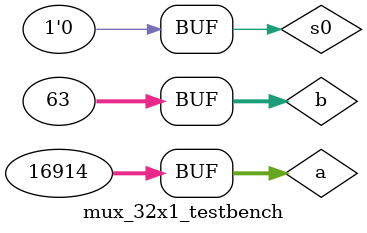
<source format=v>
module mux_32x1_testbench();
	reg [31:0] a;
	reg [31:0] b;
	wire [31:0] result;
	reg s0;
	mux_32x1 my_mux32(result,a,b,s0);
	initial begin
	a = 32'b00000_00000_00000_00000_00000_00000_00; b =32'b00000_00000_00000_00000_00000_01111_11; s0 = 1'b1;
	#20;
	a = 32'b00000_00000_00000_00000_00000_00000_00; b =32'b00000_00000_00000_00000_00000_01111_11; s0 = 1'b0;
	#20;
	a = 32'b00000_00000_00000_00100_00100_00100_10; b =32'b00000_00000_00000_00000_00000_01111_11; s0 = 1'b0;
	#20;
	end
	initial begin
	$monitor("time=%2d,a=%2d,b=%2d,s0=%1b,result=%2d",$time,a,b,s0,result);
	end
endmodule
</source>
